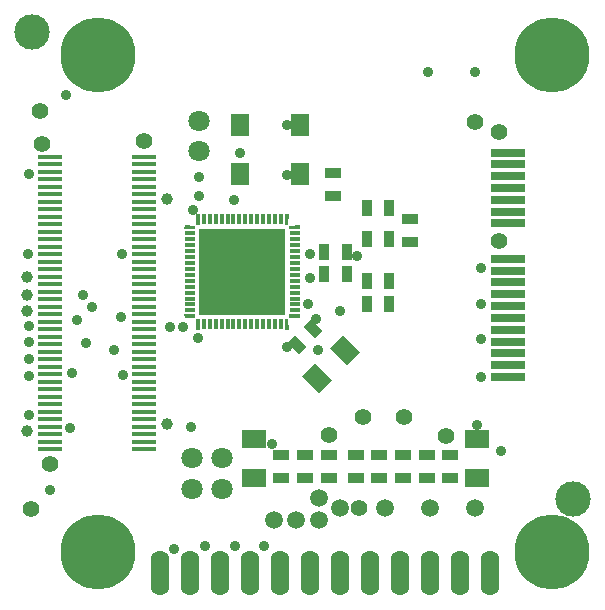
<source format=gts>
%FSLAX46Y46*%
G04 Gerber Fmt 4.6, Leading zero omitted, Abs format (unit mm)*
G04 Created by KiCad (PCBNEW (2014-08-05 BZR 5054)-product) date Sun 07 Dec 2014 10:24:09 PM PST*
%MOMM*%
G01*
G04 APERTURE LIST*
%ADD10C,0.100000*%
%ADD11R,3.000000X0.700000*%
%ADD12R,0.914400X0.304800*%
%ADD13R,0.304800X0.914400*%
%ADD14R,7.239000X7.239000*%
%ADD15R,0.889000X1.397000*%
%ADD16R,1.550000X1.950000*%
%ADD17R,2.000000X0.400000*%
%ADD18R,1.397000X0.889000*%
%ADD19C,1.501140*%
%ADD20C,6.350000*%
%ADD21R,2.032000X1.524000*%
%ADD22C,1.000000*%
%ADD23C,1.800000*%
%ADD24O,1.600000X3.800000*%
%ADD25C,3.000000*%
%ADD26C,5.000000*%
%ADD27C,1.397000*%
%ADD28C,0.889000*%
G04 APERTURE END LIST*
D10*
D11*
X42300000Y-31200000D03*
X42300000Y-30200000D03*
X42300000Y-29200000D03*
X42300000Y-28200000D03*
X42300000Y-27200000D03*
X42300000Y-26200000D03*
X42300000Y-25200000D03*
X42300000Y-24200000D03*
X42300000Y-23200000D03*
X42300000Y-22200000D03*
X42300000Y-21200000D03*
X42300000Y-18200000D03*
X42300000Y-17200000D03*
X42300000Y-16200000D03*
X42300000Y-15200000D03*
X42300000Y-14200000D03*
X42300000Y-13200000D03*
X42300000Y-12200000D03*
D10*
G36*
X14900704Y-18370445D02*
X15814616Y-18406401D01*
X15809645Y-18691158D01*
X14895035Y-18695196D01*
X14900704Y-18370445D01*
X14900704Y-18370445D01*
G37*
D12*
X15355000Y-19048800D03*
X15355000Y-19556800D03*
X15355000Y-20039400D03*
X15355000Y-20547400D03*
X15355000Y-21055400D03*
X15355000Y-21538000D03*
X15355000Y-22046000D03*
X15355000Y-22554000D03*
X15355000Y-23062000D03*
X15355000Y-23544600D03*
X15355000Y-24052600D03*
X15355000Y-24560600D03*
X15355000Y-25043200D03*
X15355000Y-25551200D03*
D10*
G36*
X14895035Y-25904804D02*
X15809645Y-25908842D01*
X15814616Y-26193599D01*
X14900704Y-26229555D01*
X14895035Y-25904804D01*
X14895035Y-25904804D01*
G37*
G36*
X16191158Y-26290355D02*
X16195196Y-27204965D01*
X15870445Y-27199296D01*
X15906401Y-26285384D01*
X16191158Y-26290355D01*
X16191158Y-26290355D01*
G37*
D13*
X16548800Y-26745000D03*
X17056800Y-26745000D03*
X17539400Y-26745000D03*
X18047400Y-26745000D03*
X18555400Y-26745000D03*
X19038000Y-26745000D03*
X19546000Y-26745000D03*
X20054000Y-26745000D03*
X20562000Y-26745000D03*
X21044600Y-26745000D03*
X21552600Y-26745000D03*
X22060600Y-26745000D03*
X22543200Y-26745000D03*
X23051200Y-26745000D03*
D10*
G36*
X23693599Y-26285384D02*
X23729555Y-27199296D01*
X23404804Y-27204965D01*
X23408842Y-26290355D01*
X23693599Y-26285384D01*
X23693599Y-26285384D01*
G37*
G36*
X23790355Y-25908842D02*
X24704965Y-25904804D01*
X24699296Y-26229555D01*
X23785384Y-26193599D01*
X23790355Y-25908842D01*
X23790355Y-25908842D01*
G37*
D12*
X24245000Y-25551200D03*
X24245000Y-25043200D03*
X24245000Y-24560600D03*
X24245000Y-24052600D03*
X24245000Y-23544600D03*
X24245000Y-23062000D03*
X24245000Y-22554000D03*
X24245000Y-22046000D03*
X24245000Y-21538000D03*
X24245000Y-21055400D03*
X24245000Y-20547400D03*
X24245000Y-20039400D03*
X24245000Y-19556800D03*
X24245000Y-19048800D03*
D10*
G36*
X23785384Y-18406401D02*
X24699296Y-18370445D01*
X24704965Y-18695196D01*
X23790355Y-18691158D01*
X23785384Y-18406401D01*
X23785384Y-18406401D01*
G37*
G36*
X23729555Y-17400704D02*
X23693599Y-18314616D01*
X23408842Y-18309645D01*
X23404804Y-17395035D01*
X23729555Y-17400704D01*
X23729555Y-17400704D01*
G37*
D13*
X23051200Y-17855000D03*
X22543200Y-17855000D03*
X22060600Y-17855000D03*
X21552600Y-17855000D03*
X21044600Y-17855000D03*
X20562000Y-17855000D03*
X20054000Y-17855000D03*
X19546000Y-17855000D03*
X19038000Y-17855000D03*
X18555400Y-17855000D03*
X18047400Y-17855000D03*
X17539400Y-17855000D03*
X17056800Y-17855000D03*
X16548800Y-17855000D03*
D10*
G36*
X16195196Y-17395035D02*
X16191158Y-18309645D01*
X15906401Y-18314616D01*
X15870445Y-17400704D01*
X16195196Y-17395035D01*
X16195196Y-17395035D01*
G37*
D14*
X19800000Y-22300000D03*
D15*
X26747500Y-20600000D03*
X28652500Y-20600000D03*
D10*
G36*
X25593914Y-26318258D02*
X26581742Y-27306086D01*
X25953124Y-27934704D01*
X24965296Y-26946876D01*
X25593914Y-26318258D01*
X25593914Y-26318258D01*
G37*
G36*
X24246876Y-27665296D02*
X25234704Y-28653124D01*
X24606086Y-29281742D01*
X23618258Y-28293914D01*
X24246876Y-27665296D01*
X24246876Y-27665296D01*
G37*
G36*
X28287828Y-27675331D02*
X29724669Y-29112172D01*
X28647038Y-30189803D01*
X27210197Y-28752962D01*
X28287828Y-27675331D01*
X28287828Y-27675331D01*
G37*
G36*
X25952962Y-30010197D02*
X27389803Y-31447038D01*
X26312172Y-32524669D01*
X24875331Y-31087828D01*
X25952962Y-30010197D01*
X25952962Y-30010197D01*
G37*
D16*
X24640000Y-9850000D03*
X19560000Y-9850000D03*
X19560000Y-14050000D03*
X24640000Y-14050000D03*
D15*
X28652500Y-22450000D03*
X26747500Y-22450000D03*
D17*
X3500000Y-12567500D03*
X11500000Y-12567500D03*
X3500000Y-13202500D03*
X11500000Y-13202500D03*
X3500000Y-13837500D03*
X11500000Y-13837500D03*
X3500000Y-14472500D03*
X11500000Y-14472500D03*
X3500000Y-15107500D03*
X11500000Y-15107500D03*
X3500000Y-15742500D03*
X11500000Y-15742500D03*
X3500000Y-16377500D03*
X11500000Y-16377500D03*
X3500000Y-17012500D03*
X11500000Y-17012500D03*
X3500000Y-17647500D03*
X11500000Y-17647500D03*
X3500000Y-18282500D03*
X11500000Y-18282500D03*
X3500000Y-18917500D03*
X11500000Y-18917500D03*
X3500000Y-19552500D03*
X11500000Y-19552500D03*
X3500000Y-20187500D03*
X11500000Y-20187500D03*
X3500000Y-20822500D03*
X11500000Y-20822500D03*
X3500000Y-21457500D03*
X11500000Y-21457500D03*
X3500000Y-22092500D03*
X11500000Y-22092500D03*
X3500000Y-22727500D03*
X11500000Y-22727500D03*
X3500000Y-23362500D03*
X11500000Y-23362500D03*
X3500000Y-23997500D03*
X11500000Y-23997500D03*
X3500000Y-24632500D03*
X11500000Y-24632500D03*
X3500000Y-25267500D03*
X11500000Y-25267500D03*
X3500000Y-25902500D03*
X11500000Y-25902500D03*
X3500000Y-26537500D03*
X11500000Y-26537500D03*
X3500000Y-27172500D03*
X11500000Y-27172500D03*
X3500000Y-27807500D03*
X11500000Y-27807500D03*
X3500000Y-28442500D03*
X11500000Y-28442500D03*
X3500000Y-29077500D03*
X11500000Y-29077500D03*
X3500000Y-29712500D03*
X11500000Y-29712500D03*
X3500000Y-30347500D03*
X11500000Y-30347500D03*
X3500000Y-30982500D03*
X11500000Y-30982500D03*
X3500000Y-31617500D03*
X11500000Y-31617500D03*
X3500000Y-32252500D03*
X11500000Y-32252500D03*
X3500000Y-32887500D03*
X11500000Y-32887500D03*
X3500000Y-33522500D03*
X11500000Y-33522500D03*
X3500000Y-34157500D03*
X11500000Y-34157500D03*
X3500000Y-34792500D03*
X11500000Y-34792500D03*
X3500000Y-35427500D03*
X11500000Y-35427500D03*
X3500000Y-36062500D03*
X11500000Y-36062500D03*
X3500000Y-36697500D03*
X11500000Y-36697500D03*
X3500000Y-37332500D03*
X11500000Y-37332500D03*
D15*
X32252500Y-25000000D03*
X30347500Y-25000000D03*
X32252500Y-23100000D03*
X30347500Y-23100000D03*
D18*
X29400000Y-39752500D03*
X29400000Y-37847500D03*
X31400000Y-39752500D03*
X31400000Y-37847500D03*
X33400000Y-39752500D03*
X33400000Y-37847500D03*
X27100000Y-39752500D03*
X27100000Y-37847500D03*
D15*
X32252500Y-16900000D03*
X30347500Y-16900000D03*
X32252500Y-19500000D03*
X30347500Y-19500000D03*
D19*
X28100000Y-42300000D03*
X35700000Y-42300000D03*
X31900000Y-42300000D03*
X39500000Y-42300000D03*
D20*
X7600000Y-46000000D03*
X7600000Y-3900000D03*
X46000000Y-3900000D03*
X46000000Y-46000000D03*
D18*
X35400000Y-39752500D03*
X35400000Y-37847500D03*
X25100000Y-39752500D03*
X25100000Y-37847500D03*
X37400000Y-39752500D03*
X37400000Y-37847500D03*
X23100000Y-39752500D03*
X23100000Y-37847500D03*
D21*
X39700000Y-39751000D03*
X39700000Y-36449000D03*
X20800000Y-39751000D03*
X20800000Y-36449000D03*
D18*
X34000000Y-17847500D03*
X34000000Y-19752500D03*
D22*
X13400000Y-16100000D03*
D18*
X27500000Y-13947500D03*
X27500000Y-15852500D03*
D23*
X18050000Y-40650000D03*
X15510000Y-40650000D03*
X15550000Y-38100000D03*
X18090000Y-38100000D03*
X16150000Y-12100000D03*
X16150000Y-9560000D03*
D22*
X13400000Y-35150000D03*
X1550000Y-22700000D03*
X1550000Y-24300000D03*
X1550000Y-25650000D03*
X1550000Y-35800000D03*
D24*
X25500000Y-47800000D03*
X22960000Y-47800000D03*
X20420000Y-47800000D03*
X17880000Y-47800000D03*
X15340000Y-47800000D03*
X12800000Y-47800000D03*
D19*
X22450000Y-43300000D03*
X24350000Y-43300000D03*
X26250000Y-43300000D03*
D24*
X40740000Y-47800000D03*
X38200000Y-47800000D03*
X35660000Y-47800000D03*
X33120000Y-47800000D03*
X30580000Y-47800000D03*
X28040000Y-47800000D03*
D25*
X47800000Y-41500000D03*
X2000000Y-2000000D03*
D19*
X26250000Y-41450000D03*
D26*
X19800000Y-22300000D03*
D27*
X30000000Y-34600000D03*
D28*
X25350000Y-25050000D03*
X25500000Y-22850000D03*
D27*
X33500000Y-34600000D03*
D28*
X25500000Y-20750000D03*
D27*
X37000000Y-36200000D03*
D28*
X19100000Y-16200000D03*
X23550000Y-14100000D03*
X4900000Y-7300000D03*
D27*
X39500000Y-9600000D03*
X27100000Y-36100000D03*
D28*
X16100000Y-15852500D03*
X15600000Y-17100000D03*
X14800000Y-27000000D03*
X5800000Y-26400000D03*
X16150000Y-14300000D03*
X1700000Y-28200000D03*
X6300000Y-24250000D03*
X1700000Y-34450000D03*
X35500000Y-5400000D03*
X41700000Y-37500000D03*
X39500000Y-5400000D03*
X1700000Y-14000000D03*
X1675000Y-20825000D03*
X1700000Y-31100000D03*
X39700000Y-35300000D03*
X22300000Y-36900000D03*
X40000000Y-22000000D03*
X40000000Y-25000000D03*
X40000000Y-28000000D03*
X40000000Y-31200000D03*
X29500000Y-21000000D03*
X16900000Y-19400000D03*
X19100000Y-19400000D03*
X21400000Y-19400000D03*
X22900000Y-19400000D03*
X16900000Y-25200000D03*
X19100000Y-25200000D03*
X21400000Y-25200000D03*
X22900000Y-25200000D03*
X22900000Y-23500000D03*
X22900000Y-21300000D03*
X16900000Y-21300000D03*
X16900000Y-23500000D03*
X26200000Y-28900000D03*
X19600000Y-12200000D03*
X28050000Y-25650000D03*
X23550000Y-9900000D03*
X9600000Y-20800000D03*
X9700000Y-31000000D03*
X9500000Y-26100000D03*
X14000000Y-45800000D03*
D27*
X41500000Y-10500000D03*
X29700000Y-42300000D03*
D28*
X26000000Y-26300000D03*
X23600000Y-28700000D03*
D27*
X3500000Y-38600000D03*
D28*
X16600000Y-45500000D03*
X19150000Y-45500000D03*
X21650000Y-45500000D03*
X7100000Y-25300000D03*
X8900000Y-28900000D03*
X15450000Y-35450000D03*
X5200000Y-35500000D03*
X13700000Y-27000000D03*
D27*
X1900000Y-42400000D03*
X2650000Y-8700000D03*
X41550000Y-19700000D03*
D28*
X16050000Y-27900000D03*
D27*
X2800000Y-11500000D03*
X11500000Y-11200000D03*
D28*
X1700000Y-26900000D03*
X6600000Y-28300000D03*
X1700000Y-29700000D03*
X5400000Y-30900000D03*
X3500000Y-40750000D03*
M02*

</source>
